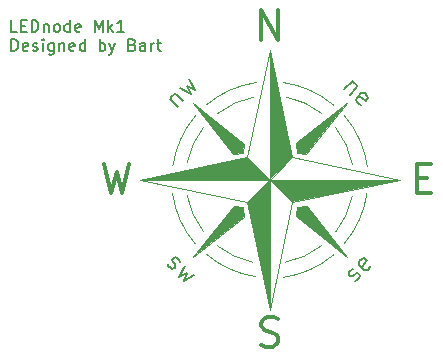
<source format=gbr>
%TF.GenerationSoftware,KiCad,Pcbnew,6.0.2-1.fc35*%
%TF.CreationDate,2022-04-20T21:27:15+02:00*%
%TF.ProjectId,mask,6d61736b-2e6b-4696-9361-645f70636258,rev?*%
%TF.SameCoordinates,Original*%
%TF.FileFunction,Legend,Top*%
%TF.FilePolarity,Positive*%
%FSLAX46Y46*%
G04 Gerber Fmt 4.6, Leading zero omitted, Abs format (unit mm)*
G04 Created by KiCad (PCBNEW 6.0.2-1.fc35) date 2022-04-20 21:27:15*
%MOMM*%
%LPD*%
G01*
G04 APERTURE LIST*
%ADD10C,0.120000*%
%ADD11C,0.100000*%
%ADD12C,0.150000*%
%ADD13C,0.300000*%
G04 APERTURE END LIST*
D10*
X80264987Y-95545007D02*
G75*
G03*
X81666643Y-98643706I6999998J1299998D01*
G01*
X87289987Y-94270007D02*
X89189987Y-92370007D01*
X87289987Y-94270007D02*
X85389987Y-96170007D01*
X80739987Y-100820007D02*
X84239987Y-96470007D01*
D11*
X89189987Y-92370007D02*
X87289987Y-94270007D01*
X87289987Y-94270007D02*
X87289987Y-83270007D01*
X87289987Y-83270007D02*
X89189987Y-92370007D01*
G36*
X89189987Y-92370007D02*
G01*
X87289987Y-94270007D01*
X87289987Y-83270007D01*
X89189987Y-92370007D01*
G37*
X89189987Y-92370007D02*
X87289987Y-94270007D01*
X87289987Y-83270007D01*
X89189987Y-92370007D01*
D10*
X88414987Y-102520007D02*
G75*
G03*
X92710761Y-100590080I-1125007J8250013D01*
G01*
D11*
X84239987Y-96470007D02*
X84989987Y-96570007D01*
X84989987Y-96570007D02*
X85089987Y-97370007D01*
X85089987Y-97370007D02*
X80739987Y-100820007D01*
X80739987Y-100820007D02*
X84239987Y-96470007D01*
G36*
X84989987Y-96570007D02*
G01*
X85089987Y-97370007D01*
X80739987Y-100820007D01*
X84239987Y-96470007D01*
X84989987Y-96570007D01*
G37*
X84989987Y-96570007D02*
X85089987Y-97370007D01*
X80739987Y-100820007D01*
X84239987Y-96470007D01*
X84989987Y-96570007D01*
X89189987Y-96170007D02*
X87289987Y-94270007D01*
X87289987Y-94270007D02*
X98289987Y-94270007D01*
X98289987Y-94270007D02*
X89189987Y-96170007D01*
G36*
X89189987Y-96170007D02*
G01*
X87289987Y-94270007D01*
X98289987Y-94270007D01*
X89189987Y-96170007D01*
G37*
X89189987Y-96170007D02*
X87289987Y-94270007D01*
X98289987Y-94270007D01*
X89189987Y-96170007D01*
D10*
X89589987Y-96570007D02*
X89489987Y-97320007D01*
X84989987Y-91970007D02*
X85089987Y-91220007D01*
X84989987Y-96570007D02*
X85089987Y-97370007D01*
D11*
X85389987Y-96170007D02*
X87289987Y-94270007D01*
X87289987Y-94270007D02*
X87289987Y-105270007D01*
X87289987Y-105270007D02*
X85389987Y-96170007D01*
G36*
X87289987Y-105270007D02*
G01*
X85389987Y-96170007D01*
X87289987Y-94270007D01*
X87289987Y-105270007D01*
G37*
X87289987Y-105270007D02*
X85389987Y-96170007D01*
X87289987Y-94270007D01*
X87289987Y-105270007D01*
D10*
X90389987Y-96470007D02*
X93839987Y-100820007D01*
X92864987Y-98670007D02*
G75*
G03*
X94258812Y-95668750I-5600004J4425003D01*
G01*
X87289987Y-94270007D02*
X85389987Y-92370007D01*
X81664987Y-89820007D02*
G75*
G03*
X80271162Y-92821264I5600004J-4425003D01*
G01*
X82839987Y-99845007D02*
G75*
G03*
X85841244Y-101238832I4425003J5600004D01*
G01*
D11*
X89489987Y-97320007D02*
X89589987Y-96570007D01*
X89589987Y-96570007D02*
X90389987Y-96470007D01*
X90389987Y-96470007D02*
X93839987Y-100820007D01*
X93839987Y-100820007D02*
X89489987Y-97320007D01*
G36*
X93839987Y-100820007D02*
G01*
X89489987Y-97320007D01*
X89589987Y-96570007D01*
X90389987Y-96470007D01*
X93839987Y-100820007D01*
G37*
X93839987Y-100820007D02*
X89489987Y-97320007D01*
X89589987Y-96570007D01*
X90389987Y-96470007D01*
X93839987Y-100820007D01*
D10*
X80739987Y-87720007D02*
X85089987Y-91220007D01*
X92689987Y-87945007D02*
G75*
G03*
X88459635Y-86030269I-5399994J-6299988D01*
G01*
X89489987Y-91170007D02*
X93839987Y-87720007D01*
X87289987Y-94270007D02*
X89189987Y-92370007D01*
X84189987Y-92070007D02*
X80739987Y-87720007D01*
X84989987Y-91970007D02*
X84189987Y-92070007D01*
X89589987Y-91970007D02*
X89489987Y-91170007D01*
X84989987Y-96570007D02*
X84239987Y-96470007D01*
X81889987Y-100545007D02*
G75*
G03*
X86120339Y-102459745I5399994J6299988D01*
G01*
X98289987Y-94270007D02*
X89189987Y-96170007D01*
D11*
X90339987Y-92070007D02*
X89589987Y-91970007D01*
X89589987Y-91970007D02*
X89489987Y-91170007D01*
X89489987Y-91170007D02*
X93839987Y-87720007D01*
X93839987Y-87720007D02*
X90339987Y-92070007D01*
G36*
X90339987Y-92070007D02*
G01*
X89589987Y-91970007D01*
X89489987Y-91170007D01*
X93839987Y-87720007D01*
X90339987Y-92070007D01*
G37*
X90339987Y-92070007D02*
X89589987Y-91970007D01*
X89489987Y-91170007D01*
X93839987Y-87720007D01*
X90339987Y-92070007D01*
D10*
X94264987Y-92945007D02*
G75*
G03*
X92863331Y-89846308I-6999998J-1299998D01*
G01*
X76289987Y-94270007D02*
X85389987Y-92370007D01*
X88564987Y-101245007D02*
G75*
G03*
X91663686Y-99843351I-1299998J6999998D01*
G01*
X85389987Y-92370007D02*
X87289987Y-83270007D01*
X93839987Y-100820007D02*
X89489987Y-97320007D01*
D11*
X85089987Y-91220007D02*
X84989987Y-91970007D01*
X84989987Y-91970007D02*
X84189987Y-92070007D01*
X84189987Y-92070007D02*
X80739987Y-87720007D01*
X80739987Y-87720007D02*
X85089987Y-91220007D01*
G36*
X85089987Y-91220007D02*
G01*
X84989987Y-91970007D01*
X84189987Y-92070007D01*
X80739987Y-87720007D01*
X85089987Y-91220007D01*
G37*
X85089987Y-91220007D02*
X84989987Y-91970007D01*
X84189987Y-92070007D01*
X80739987Y-87720007D01*
X85089987Y-91220007D01*
D10*
X79039987Y-95395007D02*
G75*
G03*
X80969914Y-99690781I8250013J1125007D01*
G01*
X87289987Y-105270007D02*
X85389987Y-96170007D01*
X89589987Y-96570007D02*
X90389987Y-96470007D01*
X87289987Y-94270007D02*
X89189987Y-96170007D01*
X87289987Y-94270007D02*
X89189987Y-96170007D01*
X87289987Y-94270007D02*
X85389987Y-92370007D01*
X85964987Y-87245007D02*
G75*
G03*
X82866288Y-88646663I1299998J-6999998D01*
G01*
X87289987Y-94270007D02*
X85389987Y-96170007D01*
X91689987Y-88645007D02*
G75*
G03*
X88688730Y-87251182I-4425003J-5600004D01*
G01*
X95539987Y-93145007D02*
G75*
G03*
X93610060Y-88849233I-8250013J-1125007D01*
G01*
X85089987Y-97370007D02*
X80739987Y-100820007D01*
X86164987Y-86020007D02*
G75*
G03*
X81869213Y-87949934I1125007J-8250013D01*
G01*
X89189987Y-92370007D02*
X98289987Y-94270007D01*
D11*
X85389987Y-92370007D02*
X87289987Y-94270007D01*
X87289987Y-94270007D02*
X76289987Y-94270007D01*
X76289987Y-94270007D02*
X85389987Y-92370007D01*
G36*
X87289987Y-94270007D02*
G01*
X76289987Y-94270007D01*
X85389987Y-92370007D01*
X87289987Y-94270007D01*
G37*
X87289987Y-94270007D02*
X76289987Y-94270007D01*
X85389987Y-92370007D01*
X87289987Y-94270007D01*
D10*
X93589987Y-99645007D02*
G75*
G03*
X95504725Y-95414655I-6299988J5399994D01*
G01*
X80989987Y-88845007D02*
G75*
G03*
X79075249Y-93075359I6299988J-5399994D01*
G01*
X87289987Y-83270007D02*
X89189987Y-92370007D01*
X89189987Y-96170007D02*
X87289987Y-105270007D01*
X85389987Y-96170007D02*
X76289987Y-94270007D01*
X89589987Y-91970007D02*
X90339987Y-92070007D01*
X93839987Y-87720007D02*
X90339987Y-92070007D01*
D12*
X94285418Y-85885869D02*
X93578311Y-86592976D01*
X94184403Y-85986884D02*
X94285418Y-85986884D01*
X94436941Y-86037392D01*
X94588464Y-86188915D01*
X94638971Y-86340438D01*
X94588464Y-86491961D01*
X94032880Y-87047545D01*
X94992525Y-87906174D02*
X94841002Y-87855667D01*
X94638971Y-87653636D01*
X94588464Y-87502113D01*
X94638971Y-87350590D01*
X95043032Y-86946529D01*
X95194555Y-86896022D01*
X95346078Y-86946529D01*
X95548109Y-87148560D01*
X95598616Y-87300083D01*
X95548109Y-87451606D01*
X95447093Y-87552621D01*
X94841002Y-87148560D01*
D13*
X86565701Y-108271911D02*
X86922844Y-108390959D01*
X87518082Y-108390959D01*
X87756177Y-108271911D01*
X87875225Y-108152864D01*
X87994272Y-107914768D01*
X87994272Y-107676673D01*
X87875225Y-107438578D01*
X87756177Y-107319530D01*
X87518082Y-107200483D01*
X87041891Y-107081435D01*
X86803796Y-106962387D01*
X86684748Y-106843340D01*
X86565701Y-106605245D01*
X86565701Y-106367149D01*
X86684748Y-106129054D01*
X86803796Y-106010007D01*
X87041891Y-105890959D01*
X87637129Y-105890959D01*
X87994272Y-106010007D01*
D12*
X78804834Y-87375590D02*
X79511941Y-88082697D01*
X78905849Y-87476606D02*
X78905849Y-87375590D01*
X78956357Y-87224068D01*
X79107880Y-87072545D01*
X79259403Y-87022037D01*
X79410925Y-87072545D01*
X79966509Y-87628129D01*
X79663464Y-86516961D02*
X80572601Y-87022037D01*
X80269555Y-86314930D01*
X80976662Y-86617976D01*
X80471586Y-85708839D01*
D13*
X86575701Y-82400959D02*
X86575701Y-79900959D01*
X88004272Y-82400959D01*
X88004272Y-79900959D01*
X73228558Y-92890959D02*
X73823796Y-95390959D01*
X74299987Y-93605245D01*
X74776177Y-95390959D01*
X75371415Y-92890959D01*
D12*
X94512448Y-102831174D02*
X94663971Y-102780667D01*
X94866002Y-102578636D01*
X94916509Y-102427113D01*
X94866002Y-102275590D01*
X94815494Y-102225083D01*
X94663971Y-102174575D01*
X94512448Y-102225083D01*
X94360925Y-102376606D01*
X94209403Y-102427113D01*
X94057880Y-102376606D01*
X94007372Y-102326098D01*
X93956864Y-102174575D01*
X94007372Y-102023052D01*
X94158895Y-101871529D01*
X94310418Y-101821022D01*
X95825647Y-101517976D02*
X95775139Y-101669499D01*
X95573109Y-101871529D01*
X95421586Y-101922037D01*
X95270063Y-101871529D01*
X94866002Y-101467468D01*
X94815494Y-101315945D01*
X94866002Y-101164423D01*
X95068032Y-100962392D01*
X95219555Y-100911884D01*
X95371078Y-100962392D01*
X95472093Y-101063407D01*
X95068032Y-101669499D01*
D13*
X99744272Y-94101435D02*
X100577606Y-94101435D01*
X100934748Y-95410959D02*
X99744272Y-95410959D01*
X99744272Y-92910959D01*
X100934748Y-92910959D01*
D12*
X65881785Y-81737380D02*
X65405595Y-81737380D01*
X65405595Y-80737380D01*
X66215119Y-81213571D02*
X66548452Y-81213571D01*
X66691309Y-81737380D02*
X66215119Y-81737380D01*
X66215119Y-80737380D01*
X66691309Y-80737380D01*
X67119880Y-81737380D02*
X67119880Y-80737380D01*
X67357976Y-80737380D01*
X67500833Y-80785000D01*
X67596071Y-80880238D01*
X67643690Y-80975476D01*
X67691309Y-81165952D01*
X67691309Y-81308809D01*
X67643690Y-81499285D01*
X67596071Y-81594523D01*
X67500833Y-81689761D01*
X67357976Y-81737380D01*
X67119880Y-81737380D01*
X68119880Y-81070714D02*
X68119880Y-81737380D01*
X68119880Y-81165952D02*
X68167500Y-81118333D01*
X68262738Y-81070714D01*
X68405595Y-81070714D01*
X68500833Y-81118333D01*
X68548452Y-81213571D01*
X68548452Y-81737380D01*
X69167500Y-81737380D02*
X69072261Y-81689761D01*
X69024642Y-81642142D01*
X68977023Y-81546904D01*
X68977023Y-81261190D01*
X69024642Y-81165952D01*
X69072261Y-81118333D01*
X69167500Y-81070714D01*
X69310357Y-81070714D01*
X69405595Y-81118333D01*
X69453214Y-81165952D01*
X69500833Y-81261190D01*
X69500833Y-81546904D01*
X69453214Y-81642142D01*
X69405595Y-81689761D01*
X69310357Y-81737380D01*
X69167500Y-81737380D01*
X70357976Y-81737380D02*
X70357976Y-80737380D01*
X70357976Y-81689761D02*
X70262738Y-81737380D01*
X70072261Y-81737380D01*
X69977023Y-81689761D01*
X69929404Y-81642142D01*
X69881785Y-81546904D01*
X69881785Y-81261190D01*
X69929404Y-81165952D01*
X69977023Y-81118333D01*
X70072261Y-81070714D01*
X70262738Y-81070714D01*
X70357976Y-81118333D01*
X71215119Y-81689761D02*
X71119880Y-81737380D01*
X70929404Y-81737380D01*
X70834166Y-81689761D01*
X70786547Y-81594523D01*
X70786547Y-81213571D01*
X70834166Y-81118333D01*
X70929404Y-81070714D01*
X71119880Y-81070714D01*
X71215119Y-81118333D01*
X71262738Y-81213571D01*
X71262738Y-81308809D01*
X70786547Y-81404047D01*
X72453214Y-81737380D02*
X72453214Y-80737380D01*
X72786547Y-81451666D01*
X73119880Y-80737380D01*
X73119880Y-81737380D01*
X73596071Y-81737380D02*
X73596071Y-80737380D01*
X73691309Y-81356428D02*
X73977023Y-81737380D01*
X73977023Y-81070714D02*
X73596071Y-81451666D01*
X74929404Y-81737380D02*
X74357976Y-81737380D01*
X74643690Y-81737380D02*
X74643690Y-80737380D01*
X74548452Y-80880238D01*
X74453214Y-80975476D01*
X74357976Y-81023095D01*
X65405595Y-83347380D02*
X65405595Y-82347380D01*
X65643690Y-82347380D01*
X65786547Y-82395000D01*
X65881785Y-82490238D01*
X65929404Y-82585476D01*
X65977023Y-82775952D01*
X65977023Y-82918809D01*
X65929404Y-83109285D01*
X65881785Y-83204523D01*
X65786547Y-83299761D01*
X65643690Y-83347380D01*
X65405595Y-83347380D01*
X66786547Y-83299761D02*
X66691309Y-83347380D01*
X66500833Y-83347380D01*
X66405595Y-83299761D01*
X66357976Y-83204523D01*
X66357976Y-82823571D01*
X66405595Y-82728333D01*
X66500833Y-82680714D01*
X66691309Y-82680714D01*
X66786547Y-82728333D01*
X66834166Y-82823571D01*
X66834166Y-82918809D01*
X66357976Y-83014047D01*
X67215119Y-83299761D02*
X67310357Y-83347380D01*
X67500833Y-83347380D01*
X67596071Y-83299761D01*
X67643690Y-83204523D01*
X67643690Y-83156904D01*
X67596071Y-83061666D01*
X67500833Y-83014047D01*
X67357976Y-83014047D01*
X67262738Y-82966428D01*
X67215119Y-82871190D01*
X67215119Y-82823571D01*
X67262738Y-82728333D01*
X67357976Y-82680714D01*
X67500833Y-82680714D01*
X67596071Y-82728333D01*
X68072261Y-83347380D02*
X68072261Y-82680714D01*
X68072261Y-82347380D02*
X68024642Y-82395000D01*
X68072261Y-82442619D01*
X68119880Y-82395000D01*
X68072261Y-82347380D01*
X68072261Y-82442619D01*
X68977023Y-82680714D02*
X68977023Y-83490238D01*
X68929404Y-83585476D01*
X68881785Y-83633095D01*
X68786547Y-83680714D01*
X68643690Y-83680714D01*
X68548452Y-83633095D01*
X68977023Y-83299761D02*
X68881785Y-83347380D01*
X68691309Y-83347380D01*
X68596071Y-83299761D01*
X68548452Y-83252142D01*
X68500833Y-83156904D01*
X68500833Y-82871190D01*
X68548452Y-82775952D01*
X68596071Y-82728333D01*
X68691309Y-82680714D01*
X68881785Y-82680714D01*
X68977023Y-82728333D01*
X69453214Y-82680714D02*
X69453214Y-83347380D01*
X69453214Y-82775952D02*
X69500833Y-82728333D01*
X69596071Y-82680714D01*
X69738928Y-82680714D01*
X69834166Y-82728333D01*
X69881785Y-82823571D01*
X69881785Y-83347380D01*
X70738928Y-83299761D02*
X70643690Y-83347380D01*
X70453214Y-83347380D01*
X70357976Y-83299761D01*
X70310357Y-83204523D01*
X70310357Y-82823571D01*
X70357976Y-82728333D01*
X70453214Y-82680714D01*
X70643690Y-82680714D01*
X70738928Y-82728333D01*
X70786547Y-82823571D01*
X70786547Y-82918809D01*
X70310357Y-83014047D01*
X71643690Y-83347380D02*
X71643690Y-82347380D01*
X71643690Y-83299761D02*
X71548452Y-83347380D01*
X71357976Y-83347380D01*
X71262738Y-83299761D01*
X71215119Y-83252142D01*
X71167500Y-83156904D01*
X71167500Y-82871190D01*
X71215119Y-82775952D01*
X71262738Y-82728333D01*
X71357976Y-82680714D01*
X71548452Y-82680714D01*
X71643690Y-82728333D01*
X72881785Y-83347380D02*
X72881785Y-82347380D01*
X72881785Y-82728333D02*
X72977023Y-82680714D01*
X73167500Y-82680714D01*
X73262738Y-82728333D01*
X73310357Y-82775952D01*
X73357976Y-82871190D01*
X73357976Y-83156904D01*
X73310357Y-83252142D01*
X73262738Y-83299761D01*
X73167500Y-83347380D01*
X72977023Y-83347380D01*
X72881785Y-83299761D01*
X73691309Y-82680714D02*
X73929404Y-83347380D01*
X74167500Y-82680714D02*
X73929404Y-83347380D01*
X73834166Y-83585476D01*
X73786547Y-83633095D01*
X73691309Y-83680714D01*
X75643690Y-82823571D02*
X75786547Y-82871190D01*
X75834166Y-82918809D01*
X75881785Y-83014047D01*
X75881785Y-83156904D01*
X75834166Y-83252142D01*
X75786547Y-83299761D01*
X75691309Y-83347380D01*
X75310357Y-83347380D01*
X75310357Y-82347380D01*
X75643690Y-82347380D01*
X75738928Y-82395000D01*
X75786547Y-82442619D01*
X75834166Y-82537857D01*
X75834166Y-82633095D01*
X75786547Y-82728333D01*
X75738928Y-82775952D01*
X75643690Y-82823571D01*
X75310357Y-82823571D01*
X76738928Y-83347380D02*
X76738928Y-82823571D01*
X76691309Y-82728333D01*
X76596071Y-82680714D01*
X76405595Y-82680714D01*
X76310357Y-82728333D01*
X76738928Y-83299761D02*
X76643690Y-83347380D01*
X76405595Y-83347380D01*
X76310357Y-83299761D01*
X76262738Y-83204523D01*
X76262738Y-83109285D01*
X76310357Y-83014047D01*
X76405595Y-82966428D01*
X76643690Y-82966428D01*
X76738928Y-82918809D01*
X77215119Y-83347380D02*
X77215119Y-82680714D01*
X77215119Y-82871190D02*
X77262738Y-82775952D01*
X77310357Y-82728333D01*
X77405595Y-82680714D01*
X77500833Y-82680714D01*
X77691309Y-82680714D02*
X78072261Y-82680714D01*
X77834166Y-82347380D02*
X77834166Y-83204523D01*
X77881785Y-83299761D01*
X77977023Y-83347380D01*
X78072261Y-83347380D01*
X78627803Y-101391453D02*
X78678311Y-101542976D01*
X78880342Y-101745007D01*
X79031864Y-101795514D01*
X79183387Y-101745007D01*
X79233895Y-101694499D01*
X79284403Y-101542976D01*
X79233895Y-101391453D01*
X79082372Y-101239930D01*
X79031864Y-101088407D01*
X79082372Y-100936884D01*
X79132880Y-100886377D01*
X79284403Y-100835869D01*
X79435925Y-100886377D01*
X79587448Y-101037900D01*
X79637956Y-101189423D01*
X80092525Y-101542976D02*
X79587448Y-102452113D01*
X80294555Y-102149068D01*
X79991509Y-102856174D01*
X80900647Y-102351098D01*
M02*

</source>
